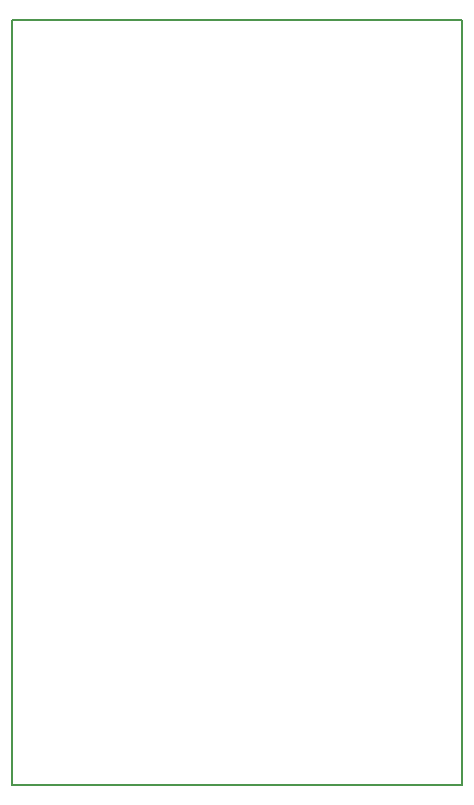
<source format=gbr>
G04 #@! TF.GenerationSoftware,KiCad,Pcbnew,5.1.4-e60b266~84~ubuntu18.04.1*
G04 #@! TF.CreationDate,2019-09-17T15:49:56-03:00*
G04 #@! TF.ProjectId,FuenteDePulsos,4675656e-7465-4446-9550-756c736f732e,rev?*
G04 #@! TF.SameCoordinates,Original*
G04 #@! TF.FileFunction,Profile,NP*
%FSLAX46Y46*%
G04 Gerber Fmt 4.6, Leading zero omitted, Abs format (unit mm)*
G04 Created by KiCad (PCBNEW 5.1.4-e60b266~84~ubuntu18.04.1) date 2019-09-17 15:49:56*
%MOMM*%
%LPD*%
G04 APERTURE LIST*
%ADD10C,0.150000*%
G04 APERTURE END LIST*
D10*
X133350000Y-57150000D02*
X133350000Y-121920000D01*
X134620000Y-57150000D02*
X133350000Y-57150000D01*
X171450000Y-57150000D02*
X134620000Y-57150000D01*
X171450000Y-121920000D02*
X171450000Y-57150000D01*
X133350000Y-121920000D02*
X171450000Y-121920000D01*
M02*

</source>
